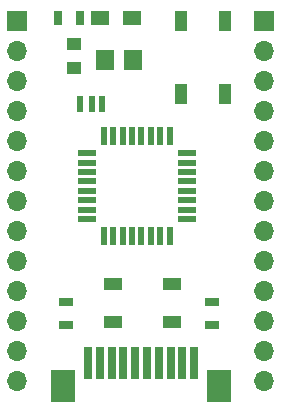
<source format=gbr>
G04 #@! TF.FileFunction,Soldermask,Top*
%FSLAX46Y46*%
G04 Gerber Fmt 4.6, Leading zero omitted, Abs format (unit mm)*
G04 Created by KiCad (PCBNEW 4.0.7) date Sun Jul  8 16:00:51 2018*
%MOMM*%
%LPD*%
G01*
G04 APERTURE LIST*
%ADD10C,0.100000*%
%ADD11R,1.550000X1.800000*%
%ADD12R,1.250000X1.000000*%
%ADD13R,1.300000X0.700000*%
%ADD14R,0.700000X1.300000*%
%ADD15R,1.700000X1.700000*%
%ADD16O,1.700000X1.700000*%
%ADD17R,1.600000X0.550000*%
%ADD18R,0.550000X1.600000*%
%ADD19R,0.500000X1.400000*%
%ADD20R,0.700000X2.700000*%
%ADD21R,2.100000X2.800000*%
%ADD22R,1.500000X1.300000*%
%ADD23R,1.600000X1.000000*%
%ADD24R,1.100000X1.800000*%
G04 APERTURE END LIST*
D10*
D11*
X97441000Y-76962000D03*
X95091000Y-76962000D03*
D12*
X92456000Y-77581000D03*
X92456000Y-75581000D03*
D13*
X91821000Y-99375000D03*
X91821000Y-97475000D03*
D14*
X93025000Y-73406000D03*
X91125000Y-73406000D03*
D13*
X104140000Y-99375000D03*
X104140000Y-97475000D03*
D15*
X108585000Y-73660000D03*
D16*
X108585000Y-76200000D03*
X108585000Y-78740000D03*
X108585000Y-81280000D03*
X108585000Y-83820000D03*
X108585000Y-86360000D03*
X108585000Y-88900000D03*
X108585000Y-91440000D03*
X108585000Y-93980000D03*
X108585000Y-96520000D03*
X108585000Y-99060000D03*
X108585000Y-101600000D03*
X108585000Y-104140000D03*
D15*
X87630000Y-73660000D03*
D16*
X87630000Y-76200000D03*
X87630000Y-78740000D03*
X87630000Y-81280000D03*
X87630000Y-83820000D03*
X87630000Y-86360000D03*
X87630000Y-88900000D03*
X87630000Y-91440000D03*
X87630000Y-93980000D03*
X87630000Y-96520000D03*
X87630000Y-99060000D03*
X87630000Y-101600000D03*
X87630000Y-104140000D03*
D17*
X93540000Y-84830000D03*
X93540000Y-85630000D03*
X93540000Y-86430000D03*
X93540000Y-87230000D03*
X93540000Y-88030000D03*
X93540000Y-88830000D03*
X93540000Y-89630000D03*
X93540000Y-90430000D03*
D18*
X94990000Y-91880000D03*
X95790000Y-91880000D03*
X96590000Y-91880000D03*
X97390000Y-91880000D03*
X98190000Y-91880000D03*
X98990000Y-91880000D03*
X99790000Y-91880000D03*
X100590000Y-91880000D03*
D17*
X102040000Y-90430000D03*
X102040000Y-89630000D03*
X102040000Y-88830000D03*
X102040000Y-88030000D03*
X102040000Y-87230000D03*
X102040000Y-86430000D03*
X102040000Y-85630000D03*
X102040000Y-84830000D03*
D18*
X100590000Y-83380000D03*
X99790000Y-83380000D03*
X98990000Y-83380000D03*
X98190000Y-83380000D03*
X97390000Y-83380000D03*
X96590000Y-83380000D03*
X95790000Y-83380000D03*
X94990000Y-83380000D03*
D19*
X92964000Y-80645000D03*
X93980000Y-80645000D03*
X94869000Y-80645000D03*
D20*
X93656000Y-102616000D03*
X94656000Y-102616000D03*
X95656000Y-102616000D03*
X96656000Y-102616000D03*
X97656000Y-102616000D03*
X98656000Y-102616000D03*
X99656000Y-102616000D03*
X100656000Y-102616000D03*
X101656000Y-102616000D03*
X102656000Y-102616000D03*
D21*
X91556000Y-104516000D03*
X104746000Y-104506000D03*
D22*
X97362000Y-73406000D03*
X94662000Y-73406000D03*
D23*
X95798000Y-95936000D03*
X95798000Y-99136000D03*
X100798000Y-95936000D03*
X100798000Y-99136000D03*
D24*
X101528000Y-79808000D03*
X101528000Y-73608000D03*
X105228000Y-79808000D03*
X105228000Y-73608000D03*
M02*

</source>
